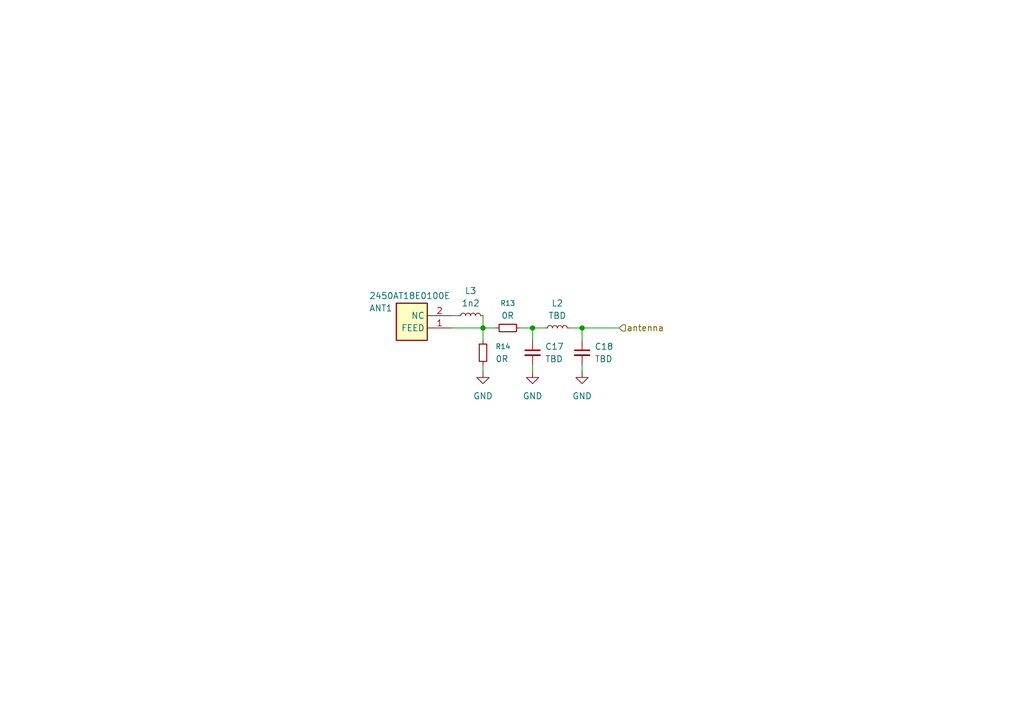
<source format=kicad_sch>
(kicad_sch (version 20250114) (generator "eeschema") (generator_version "9.0")
  (paper "A5")
  (lib_symbols
    (symbol "2450AT18E0100E:2450AT18E0100E"
      (property "Reference" "ANT1" (at 17.018 -4.064 0))
      (property "Value" "2450AT18E0100E" (at 17.018 -6.604 0))
      (symbol "2450AT18E0100E_1_1"
        (rectangle (start 5.08 2.54) (end 11.43 -5.08) (stroke (width 0.254)) (fill (type background)))
        (pin input line (at 0 0 0) (length 5.08) (name "FEED") (number "1"))
        (pin passive line (at 0 -2.54 0) (length 5.08) (name "NC") (number "2"))
      )
    )
    (symbol "Device:C_Small" (pin_numbers (hide yes)) (pin_names (offset 0.254) (hide yes))
      (property "Reference" "C" (at 0.254 1.778 0))
      (property "Value" "C_Small" (at 0.254 -2.032 0))
      (symbol "C_Small_0_1"
        (polyline (pts (xy -1.524 0.508) (xy 1.524 0.508)) (stroke (width 0.3048)))
        (polyline (pts (xy -1.524 -0.508) (xy 1.524 -0.508)) (stroke (width 0.3302)))
      )
      (symbol "C_Small_1_1"
        (pin passive line (at 0 2.54 270) (length 2.032) (name "~") (number "1"))
        (pin passive line (at 0 -2.54 90) (length 2.032) (name "~") (number "2"))
      )
    )
    (symbol "Device:L_Small" (pin_numbers (hide yes)) (pin_names (offset 0.254) (hide yes))
      (property "Reference" "L" (at 0.762 1.016 0))
      (property "Value" "L_Small" (at 0.762 -1.016 0))
      (symbol "L_Small_0_1"
        (arc (start 0 2.032) (mid 0.5058 1.524) (end 0 1.016))
        (arc (start 0 1.016) (mid 0.5058 0.508) (end 0 0))
        (arc (start 0 0) (mid 0.5058 -0.508) (end 0 -1.016))
        (arc (start 0 -1.016) (mid 0.5058 -1.524) (end 0 -2.032))
      )
      (symbol "L_Small_1_1"
        (pin passive line (at 0 2.54 270) (length 0.508) (name "~") (number "1"))
        (pin passive line (at 0 -2.54 90) (length 0.508) (name "~") (number "2"))
      )
    )
    (symbol "Device:R_Small" (pin_numbers (hide yes)) (pin_names (offset 0.254) (hide yes))
      (property "Reference" "R" (at 0 0 90))
      (property "Value" "R_Small" (at 1.778 0 90))
      (symbol "R_Small_0_1"
        (rectangle (start -0.762 1.778) (end 0.762 -1.778) (stroke (width 0.2032)))
      )
      (symbol "R_Small_1_1"
        (pin passive line (at 0 2.54 270) (length 0.762) (name "~") (number "1"))
        (pin passive line (at 0 -2.54 90) (length 0.762) (name "~") (number "2"))
      )
    )
    (symbol "power:GND" (power) (pin_numbers (hide yes)) (pin_names (offset 0) (hide yes))
      (property "Value" "GND" (at 0 -3.81 0))
      (symbol "GND_0_1"
        (polyline (pts (xy 0 0) (xy 0 -1.27) (xy 1.27 -1.27) (xy 0 -2.54) (xy -1.27 -1.27) (xy 0 -1.27)))
      )
      (symbol "GND_1_1"
        (pin power_in line (at 0 0 270) (length 0) (name "~") (number "1"))
      )
    )
  )
  (junction (at 99.06 67.31))
  (junction (at 119.38 67.31))
  (junction (at 109.22 67.31))
  (wire (pts (xy 92.71 64.77) (xy 93.98 64.77)))
  (wire (pts (xy 99.06 74.93) (xy 99.06 76.2)))
  (wire (pts (xy 119.38 67.31) (xy 119.38 69.85)))
  (wire (pts (xy 99.06 67.31) (xy 92.71 67.31)))
  (wire (pts (xy 109.22 67.31) (xy 111.76 67.31)))
  (wire (pts (xy 109.22 74.93) (xy 109.22 76.2)))
  (wire (pts (xy 99.06 67.31) (xy 101.6 67.31)))
  (wire (pts (xy 119.38 67.31) (xy 127 67.31)))
  (wire (pts (xy 109.22 67.31) (xy 109.22 69.85)))
  (wire (pts (xy 99.06 69.85) (xy 99.06 67.31)))
  (wire (pts (xy 106.68 67.31) (xy 109.22 67.31)))
  (wire (pts (xy 99.06 64.77) (xy 99.06 67.31)))
  (wire (pts (xy 116.84 67.31) (xy 119.38 67.31)))
  (wire (pts (xy 119.38 74.93) (xy 119.38 76.2)))
  (hierarchical_label "antenna" (shape input) (at 127 67.31 0))
  (symbol (lib_id "power:GND") (at 99.06 76.2 0) (unit 1)
    (property "Reference" "#PWR037" (effects (hide yes)))
    (property "Value" "GND" (at 99.06 81.28 0))
    (property "Description" "Power symbol creates a global label with name \"GND\" , ground" (effects (hide yes)))
  )
  (symbol (lib_id "Device:R_Small") (at 104.14 67.31 90) (unit 1)
    (property "Reference" "R13" (at 104.14 62.23 90) (effects (font (size 1.016 1.016))))
    (property "Value" "0R" (at 104.14 64.77 90))
    (property "Footprint" "Resistor_SMD:R_0603_1608Metric" (effects (hide yes)))
    (property "Description" "Resistor, small symbol" (effects (hide yes)))
  )
  (symbol (lib_id "Device:C_Small") (at 109.22 72.39 0) (mirror y) (unit 1)
    (property "Reference" "C17" (at 111.76 71.1262 0) (effects (justify right)))
    (property "Value" "TBD" (at 111.76 73.6662 0) (effects (justify right)))
    (property "Footprint" "Capacitor_SMD:C_0603_1608Metric" (effects (hide yes)))
    (property "Description" "Unpolarized capacitor, small symbol" (effects (hide yes)))
  )
  (symbol (lib_id "power:GND") (at 109.22 76.2 0) (unit 1)
    (property "Reference" "#PWR030" (effects (hide yes)))
    (property "Value" "GND" (at 109.22 81.28 0))
    (property "Description" "Power symbol creates a global label with name \"GND\" , ground" (effects (hide yes)))
  )
  (symbol (lib_id "Device:C_Small") (at 119.38 72.39 0) (mirror y) (unit 1)
    (property "Reference" "C18" (at 121.92 71.1262 0) (effects (justify right)))
    (property "Value" "TBD" (at 121.92 73.6662 0) (effects (justify right)))
    (property "Footprint" "Capacitor_SMD:C_0603_1608Metric" (effects (hide yes)))
    (property "Description" "Unpolarized capacitor, small symbol" (effects (hide yes)))
  )
  (symbol (lib_id "power:GND") (at 119.38 76.2 0) (unit 1)
    (property "Reference" "#PWR021" (effects (hide yes)))
    (property "Value" "GND" (at 119.38 81.28 0))
    (property "Description" "Power symbol creates a global label with name \"GND\" , ground" (effects (hide yes)))
  )
  (symbol (lib_id "Device:L_Small") (at 114.3 67.31 90) (unit 1)
    (property "Reference" "L2" (at 114.3 62.23 90))
    (property "Value" "TBD" (at 114.3 64.77 90))
    (property "Footprint" "Inductor_SMD:L_0402_1005Metric" (effects (hide yes)))
    (property "Description" "Inductor, small symbol" (effects (hide yes)))
  )
  (symbol (lib_id "2450AT18E0100E:2450AT18E0100E") (at 92.71 67.31 180) (unit 1)
    (property "Reference" "ANT1" (at 75.692 63.246 0) (effects (justify right)))
    (property "Value" "2450AT18E0100E" (at 75.692 60.706 0) (effects (justify right)))
    (property "Footprint" "ANTC3216X130N" (effects (hide yes)))
    (property "Datasheet" "https://www.mouser.co.za/datasheet/2/611/2450AT18E0100-1666847.pdf" (effects (hide yes)))
    (property "Description" "Antennas 2.45GHZ CHIP MINI ANTENNA" (effects (hide yes)))
    (property "Height" "1.3" (effects (hide yes)))
    (property "Mouser Part Number" "609-2450AT18E0100E" (effects (hide yes)))
    (property "Mouser Price/Stock" "https://www.mouser.co.uk/ProductDetail/Johanson-Technology/2450AT18E0100E?qs=qF3SSroohZX8rqbP1IZpKA%3D%3D" (effects (hide yes)))
    (property "Manufacturer_Name" "JOHANSON TECHNOLOGY" (effects (hide yes)))
    (property "Manufacturer_Part_Number" "2450AT18E0100E" (effects (hide yes)))
  )
  (symbol (lib_id "Device:R_Small") (at 99.06 72.39 180) (unit 1)
    (property "Reference" "R14" (at 101.6 71.1199 0) (effects (font (size 1.016 1.016)) (justify right)))
    (property "Value" "0R" (at 101.6 73.6599 0) (effects (justify right)))
    (property "Footprint" "Resistor_SMD:R_0603_1608Metric" (effects (hide yes)))
    (property "Description" "Resistor, small symbol" (effects (hide yes)))
  )
  (symbol (lib_id "Device:L_Small") (at 96.52 64.77 90) (unit 1)
    (property "Reference" "L3" (at 96.52 59.69 90))
    (property "Value" "1n2" (at 96.52 62.23 90))
    (property "Footprint" "744786012A:INDC1608X95N" (effects (hide yes)))
    (property "Datasheet" "https://www.mouser.pl/ProductDetail/TDK/MLG1005S1N2BTD25?qs=u4%252BEJ9urDARF5PnqAQUamg%3D%3D" (effects (hide yes)))
    (property "Description" "Inductor, small symbol" (effects (hide yes)))
  )
)
</source>
